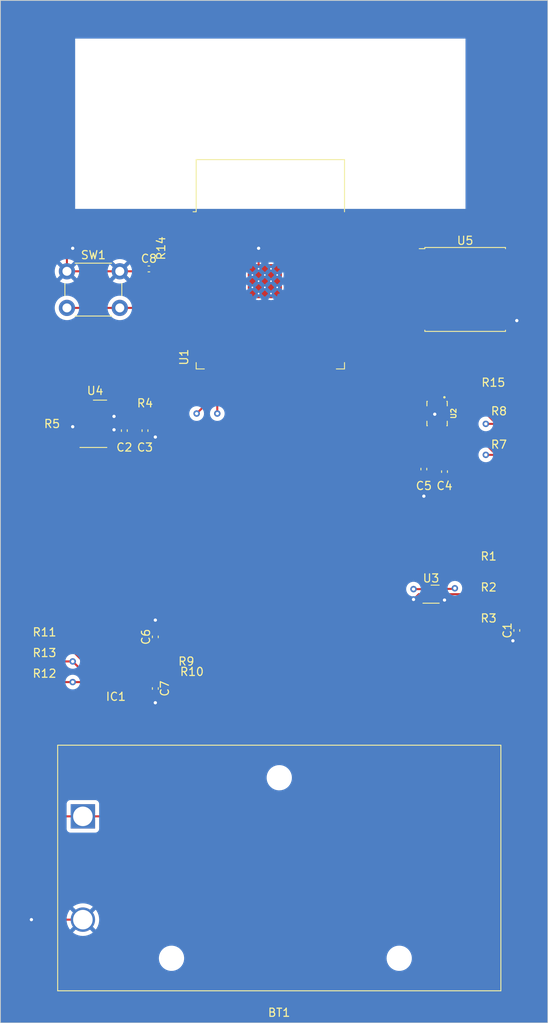
<source format=kicad_pcb>
(kicad_pcb (version 20221018) (generator pcbnew)
  (title_block (title "Aussistente - PCB") (rev "1") (company "FEEC - Unicamp") (comment 1 "Vinicius Peixoto (245294)") (comment 2 "Betania Rodrigues (167508)"))
  (layers (0 "F.Cu" signal) (1 "In1.Cu" signal) (2 "In2.Cu" signal) (31 "B.Cu" signal) (34 "B.Paste" user) (35 "F.Paste" user) (36 "B.SilkS" user "B.Silkscreen") (37 "F.SilkS" user "F.Silkscreen") (38 "B.Mask" user) (39 "F.Mask" user) (44 "Edge.Cuts" user))
  (net 0 "")
  (net 1 "VDDIO")
  (net 2 "GND")
  (net 3 "Net-(IC1-VDD)")
  (net 4 "Net-(IC1-CELL)")
  (net 5 "/RESET")
  (net 6 "BAT")
  (net 7 "SCL")
  (net 8 "SDA")
  (net 9 "TEMP")
  (net 10 "Net-(U2-SDO)")
  (net 18 "IMU1")
  (net 28 "GPSTX")
  (net 29 "GPSRX")
  (net 56 "unconnected-(U1-IO27-Pad12)")
  (footprint "Button_Switch_THT:SW_PUSH_6mm_H5mm" (layer "F.Cu") (at 88.19 72.68)
    (fp_text reference "SW1" (at 3.25 -2) (layer "F.SilkS"))
    (fp_text value "SW_Push")
    (fp_line (start -0.25 1.5) (end -0.25 3) (stroke (width 0.12)) (layer "F.SilkS"))
    (fp_line (start 1 5.5) (end 5.5 5.5) (stroke (width 0.12)) (layer "F.SilkS"))
    (fp_line (start 5.5 -1) (end 1 -1) (stroke (width 0.12)) (layer "F.SilkS"))
    (fp_line (start 6.75 3) (end 6.75 1.5) (stroke (width 0.12)) (layer "F.SilkS"))
    (pad "1" thru_hole circle (at 0 0 90) (size 2 2) (drill 1.1) (layers "*.Cu" "*.Mask") (net 2 "GND"))
    (pad "1" thru_hole circle (at 6.5 0 90) (size 2 2) (drill 1.1) (layers "*.Cu" "*.Mask") (net 2 "GND"))
    (pad "2" thru_hole circle (at 0 4.5 90) (size 2 2) (drill 1.1) (layers "*.Cu" "*.Mask") (net 5 "/RESET"))
    (pad "2" thru_hole circle (at 6.5 4.5 90) (size 2 2) (drill 1.1) (layers "*.Cu" "*.Mask") (net 5 "/RESET"))
  )
  (footprint "Battery:BatteryHolder_Eagle_12BH611-GR" (layer "F.Cu") (at 90.15 139.7 180)
    (fp_text reference "BT1" (at -24.13 -24.13) (layer "F.SilkS"))
    (fp_text value "3.3V")
    (fp_line (start -51.4 -21.45) (end 3.1 -21.45) (stroke (width 0.12)) (layer "F.SilkS"))
    (fp_line (start -51.4 8.75) (end -51.4 -21.45) (stroke (width 0.12)) (layer "F.SilkS"))
    (fp_line (start 3.1 -21.45) (end 3.1 8.75) (stroke (width 0.12)) (layer "F.SilkS"))
    (fp_line (start 3.1 8.75) (end -51.4 8.75) (stroke (width 0.12)) (layer "F.SilkS"))
    (pad "" np_thru_hole circle (at -38.9 -17.45 180) (size 2.6 2.6) (drill 2.6) (layers "*.Cu" "*.Mask"))
    (pad "" np_thru_hole circle (at -24.15 4.75 180) (size 2.6 2.6) (drill 2.6) (layers "*.Cu" "*.Mask"))
    (pad "" np_thru_hole circle (at -10.9 -17.45 180) (size 2.6 2.6) (drill 2.6) (layers "*.Cu" "*.Mask"))
    (pad "1" thru_hole rect (at 0 0 180) (size 3 3) (drill 2.4) (layers "*.Cu" "*.Mask") (net 1 "VDDIO"))
    (pad "2" thru_hole circle (at 0 -12.7 180) (size 3 3) (drill 2.4) (layers "*.Cu" "*.Mask") (net 2 "GND"))
  )
  (footprint "Resistor_SMD:R_0201_0603Metric" (layer "F.Cu") (at 140.045 110.49 180)
    (fp_text reference "R2" (at 0 -1.05) (layer "F.SilkS"))
    (fp_text value "5k" hide)
    (pad "1" smd roundrect (at -0.32 0 180) (size 0.46 0.4) (layers "F.Cu" "F.Mask") (net 1 "VDDIO"))
    (pad "2" smd roundrect (at 0.32 0 180) (size 0.46 0.4) (layers "F.Cu" "F.Mask") (net 8 "SDA"))
  )
  (footprint "Package_SON:WSON-6-1EP_2x2mm_P0.65mm_EP1x1.6mm" (layer "F.Cu") (at 132.9675 112.38)
    (fp_text reference "U3" (at 0 -1.95) (layer "F.SilkS"))
    (fp_text value "TMP117xxDRV")
    (fp_line (start -1 1.11) (end 1 1.11) (stroke (width 0.12)) (layer "F.SilkS"))
    (fp_line (start 0 -1.11) (end 1 -1.11) (stroke (width 0.12)) (layer "F.SilkS"))
    (pad "1" smd roundrect (at -0.8875 -0.65) (size 0.375 0.4) (layers "F.Cu" "F.Paste" "F.Mask") (net 7 "SCL"))
    (pad "2" smd roundrect (at -0.8875 0) (size 0.375 0.4) (layers "F.Cu" "F.Paste" "F.Mask") (net 2 "GND"))
    (pad "3" smd roundrect (at -0.8875 0.65) (size 0.375 0.4) (layers "F.Cu" "F.Paste" "F.Mask") (net 9 "TEMP"))
    (pad "4" smd roundrect (at 0.8875 0.65) (size 0.375 0.4) (layers "F.Cu" "F.Paste" "F.Mask") (net 2 "GND"))
    (pad "5" smd roundrect (at 0.8875 0) (size 0.375 0.4) (layers "F.Cu" "F.Paste" "F.Mask") (net 1 "VDDIO"))
    (pad "6" smd roundrect (at 0.8875 -0.65) (size 0.375 0.4) (layers "F.Cu" "F.Paste" "F.Mask") (net 8 "SDA"))
    (pad "7" smd rect (at 0 0) (size 1 1.6) (layers "F.Cu" "F.Mask"))
  )
  (footprint "Resistor_SMD:R_0201_0603Metric" (layer "F.Cu") (at 100.675 120.65 180)
    (fp_text reference "R9" (at -2.195 0) (layer "F.SilkS"))
    (fp_text value "150" hide)
    (pad "1" smd roundrect (at -0.32 0 180) (size 0.46 0.4) (layers "F.Cu" "F.Mask") (net 1 "VDDIO"))
    (pad "2" smd roundrect (at 0.32 0 180) (size 0.46 0.4) (layers "F.Cu" "F.Mask") (net 3 "Net-(IC1-VDD)"))
  )
  (footprint "RF_Module:ESP32-WROOM-32" (layer "F.Cu") (at 113.2025 74.805)
    (fp_text reference "U1" (at -10.61 8.43 90) (layer "F.SilkS"))
    (fp_text value "ESP32-WROOM-32")
    (fp_line (start -9.12 -15.86) (end -9.12 -9.445) (stroke (width 0.12)) (layer "F.SilkS"))
    (fp_line (start -9.12 -15.86) (end 9.12 -15.86) (stroke (width 0.12)) (layer "F.SilkS"))
    (fp_line (start -9.12 -9.445) (end -9.5 -9.445) (stroke (width 0.12)) (layer "F.SilkS"))
    (fp_line (start -9.12 9.1) (end -9.12 9.88) (stroke (width 0.12)) (layer "F.SilkS"))
    (fp_line (start -9.12 9.88) (end -8.12 9.88) (stroke (width 0.12)) (layer "F.SilkS"))
    (fp_line (start 9.12 -15.86) (end 9.12 -9.445) (stroke (width 0.12)) (layer "F.SilkS"))
    (fp_line (start 9.12 9.1) (end 9.12 9.88) (stroke (width 0.12)) (layer "F.SilkS"))
    (fp_line (start 9.12 9.88) (end 8.12 9.88) (stroke (width 0.12)) (layer "F.SilkS"))
    (pad "1" smd rect (at -8.75 -8.25) (size 1.5 0.9) (layers "F.Cu" "F.Paste" "F.Mask") (net 2 "GND"))
    (pad "2" smd rect (at -8.75 -6.98) (size 1.5 0.9) (layers "F.Cu" "F.Paste" "F.Mask") (net 1 "VDDIO"))
    (pad "3" smd rect (at -8.75 -5.71) (size 1.5 0.9) (layers "F.Cu" "F.Paste" "F.Mask") (net 5 "/RESET"))
    (pad "4" smd rect (at -8.75 -4.44) (size 1.5 0.9) (layers "F.Cu" "F.Paste" "F.Mask"))
    (pad "5" smd rect (at -8.75 -3.17) (size 1.5 0.9) (layers "F.Cu" "F.Paste" "F.Mask"))
    (pad "6" smd rect (at -8.75 -1.9) (size 1.5 0.9) (layers "F.Cu" "F.Paste" "F.Mask") (net 8 "SDA"))
    (pad "7" smd rect (at -8.75 -0.63) (size 1.5 0.9) (layers "F.Cu" "F.Paste" "F.Mask") (net 7 "SCL"))
    (pad "8" smd rect (at -8.75 0.64) (size 1.5 0.9) (layers "F.Cu" "F.Paste" "F.Mask"))
    (pad "9" smd rect (at -8.75 1.91) (size 1.5 0.9) (layers "F.Cu" "F.Paste" "F.Mask"))
    (pad "10" smd rect (at -8.75 3.18) (size 1.5 0.9) (layers "F.Cu" "F.Paste" "F.Mask"))
    (pad "11" smd rect (at -8.75 4.45) (size 1.5 0.9) (layers "F.Cu" "F.Paste" "F.Mask"))
    (pad "12" smd rect (at -8.75 5.72) (size 1.5 0.9) (layers "F.Cu" "F.Paste" "F.Mask") (net 56 "unconnected-(U1-IO27-Pad12)"))
    (pad "13" smd rect (at -8.75 6.99) (size 1.5 0.9) (layers "F.Cu" "F.Paste" "F.Mask"))
    (pad "14" smd rect (at -8.75 8.26) (size 1.5 0.9) (layers "F.Cu" "F.Paste" "F.Mask"))
    (pad "15" smd rect (at -5.71 9.51 90) (size 1.5 0.9) (layers "F.Cu" "F.Paste" "F.Mask") (net 2 "GND"))
    (pad "16" smd rect (at -4.44 9.51 90) (size 1.5 0.9) (layers "F.Cu" "F.Paste" "F.Mask"))
    (pad "17" smd rect (at -3.17 9.51 90) (size 1.5 0.9) (layers "F.Cu" "F.Paste" "F.Mask"))
    (pad "18" smd rect (at -1.9 9.51 90) (size 1.5 0.9) (layers "F.Cu" "F.Paste" "F.Mask"))
    (pad "19" smd rect (at -0.63 9.51 90) (size 1.5 0.9) (layers "F.Cu" "F.Paste" "F.Mask"))
    (pad "20" smd rect (at 0.64 9.51 90) (size 1.5 0.9) (layers "F.Cu" "F.Paste" "F.Mask"))
    (pad "21" smd rect (at 1.91 9.51 90) (size 1.5 0.9) (layers "F.Cu" "F.Paste" "F.Mask"))
    (pad "22" smd rect (at 3.18 9.51 90) (size 1.5 0.9) (layers "F.Cu" "F.Paste" "F.Mask"))
    (pad "23" smd rect (at 4.45 9.51 90) (size 1.5 0.9) (layers "F.Cu" "F.Paste" "F.Mask"))
    (pad "24" smd rect (at 5.72 9.51 90) (size 1.5 0.9) (layers "F.Cu" "F.Paste" "F.Mask") (net 6 "BAT"))
    (pad "25" smd rect (at 8.75 8.26) (size 1.5 0.9) (layers "F.Cu" "F.Paste" "F.Mask") (net 9 "TEMP"))
    (pad "26" smd rect (at 8.75 6.99) (size 1.5 0.9) (layers "F.Cu" "F.Paste" "F.Mask"))
    (pad "27" smd rect (at 8.75 5.72) (size 1.5 0.9) (layers "F.Cu" "F.Paste" "F.Mask") (net 18 "IMU1"))
    (pad "28" smd rect (at 8.75 4.45) (size 1.5 0.9) (layers "F.Cu" "F.Paste" "F.Mask"))
    (pad "29" smd rect (at 8.75 3.18) (size 1.5 0.9) (layers "F.Cu" "F.Paste" "F.Mask"))
    (pad "30" smd rect (at 8.75 1.91) (size 1.5 0.9) (layers "F.Cu" "F.Paste" "F.Mask"))
    (pad "31" smd rect (at 8.75 0.64) (size 1.5 0.9) (layers "F.Cu" "F.Paste" "F.Mask") (net 29 "GPSRX"))
    (pad "32" smd rect (at 8.75 -0.63) (size 1.5 0.9) (layers "F.Cu" "F.Paste" "F.Mask"))
    (pad "33" smd rect (at 8.75 -1.9) (size 1.5 0.9) (layers "F.Cu" "F.Paste" "F.Mask") (net 28 "GPSTX"))
    (pad "34" smd rect (at 8.75 -3.17) (size 1.5 0.9) (layers "F.Cu" "F.Paste" "F.Mask"))
    (pad "35" smd rect (at 8.75 -4.44) (size 1.5 0.9) (layers "F.Cu" "F.Paste" "F.Mask"))
    (pad "36" smd rect (at 8.75 -5.71) (size 1.5 0.9) (layers "F.Cu" "F.Paste" "F.Mask"))
    (pad "37" smd rect (at 8.75 -6.98) (size 1.5 0.9) (layers "F.Cu" "F.Paste" "F.Mask"))
    (pad "38" smd rect (at 8.75 -8.25) (size 1.5 0.9) (layers "F.Cu" "F.Paste" "F.Mask") (net 2 "GND"))
    (pad "39" smd rect (at -2.205 -2.435) (size 1.05 1.05) (layers "F.Cu" "F.Paste") (net 2 "GND"))
    (pad "39" thru_hole circle (at -2.205 -1.6725) (size 0.6 0.6) (drill 0.2) (property pad_prop_heatsink) (layers "*.Cu" "F.Mask") (net 2 "GND"))
    (pad "39" smd rect (at -2.205 -0.91) (size 1.05 1.05) (layers "F.Cu" "F.Paste") (net 2 "GND"))
    (pad "39" thru_hole circle (at -2.205 -0.1475) (size 0.6 0.6) (drill 0.2) (property pad_prop_heatsink) (layers "*.Cu" "F.Mask") (net 2 "GND"))
    (pad "39" smd rect (at -2.205 0.615) (size 1.05 1.05) (layers "F.Cu" "F.Paste") (net 2 "GND"))
    (pad "39" thru_hole circle (at -1.4425 -2.435) (size 0.6 0.6) (drill 0.2) (property pad_prop_heatsink) (layers "*.Cu" "F.Mask") (net 2 "GND"))
    (pad "39" thru_hole circle (at -1.4425 -0.91) (size 0.6 0.6) (drill 0.2) (property pad_prop_heatsink) (layers "*.Cu" "F.Mask") (net 2 "GND"))
    (pad "39" thru_hole circle (at -1.4425 0.615) (size 0.6 0.6) (drill 0.2) (property pad_prop_heatsink) (layers "*.Cu" "F.Mask") (net 2 "GND"))
    (pad "39" smd rect (at -0.68 -2.435) (size 1.05 1.05) (layers "F.Cu" "F.Paste") (net 2 "GND"))
    (pad "39" thru_hole circle (at -0.68 -1.6725) (size 0.6 0.6) (drill 0.2) (property pad_prop_heatsink) (layers "*.Cu" "F.Mask") (net 2 "GND"))
    (pad "39" smd rect (at -0.68 -0.91) (size 1.05 1.05) (layers "F.Cu" "F.Paste") (net 2 "GND"))
    (pad "39" smd rect (at -0.68 -0.91) (size 4.2 4.2) (layers "F.Cu" "F.Mask") (net 2 "GND"))
    (pad "39" thru_hole circle (at -0.68 -0.1475) (size 0.6 0.6) (drill 0.2) (property pad_prop_heatsink) (layers "*.Cu" "F.Mask") (net 2 "GND"))
    (pad "39" smd rect (at -0.68 0.615) (size 1.05 1.05) (layers "F.Cu" "F.Paste") (net 2 "GND"))
    (pad "39" thru_hole circle (at 0.0825 -2.435) (size 0.6 0.6) (drill 0.2) (property pad_prop_heatsink) (layers "*.Cu" "F.Mask") (net 2 "GND"))
    (pad "39" thru_hole circle (at 0.0825 -0.91) (size 0.6 0.6) (drill 0.2) (property pad_prop_heatsink) (layers "*.Cu" "F.Mask") (net 2 "GND"))
    (pad "39" thru_hole circle (at 0.0825 0.615) (size 0.6 0.6) (drill 0.2) (property pad_prop_heatsink) (layers "*.Cu" "F.Mask") (net 2 "GND"))
    (pad "39" smd rect (at 0.845 -2.435) (size 1.05 1.05) (layers "F.Cu" "F.Paste") (net 2 "GND"))
    (pad "39" thru_hole circle (at 0.845 -1.6725) (size 0.6 0.6) (drill 0.2) (property pad_prop_heatsink) (layers "*.Cu" "F.Mask") (net 2 "GND"))
    (pad "39" smd rect (at 0.845 -0.91) (size 1.05 1.05) (layers "F.Cu" "F.Paste") (net 2 "GND"))
    (pad "39" thru_hole circle (at 0.845 -0.1475) (size 0.6 0.6) (drill 0.2) (property pad_prop_heatsink) (layers "*.Cu" "F.Mask") (net 2 "GND"))
    (pad "39" smd rect (at 0.845 0.615) (size 1.05 1.05) (layers "F.Cu" "F.Paste") (net 2 "GND"))
    (zone (net 0) (net_name "") (layers "F.Cu" "In1.Cu" "B.Cu") (connect_pads (clearance 0)) (min_thickness 0.254)
      (keepout (tracks not_allowed) (vias not_allowed) (pads not_allowed) (copperpour not_allowed) (footprints not_allowed))
      (fill (thermal_gap 0.508) (thermal_bridge_width 0.508))
      (polygon (pts (xy 89.2025 65.005) (xy 137.2025 65.005) (xy 137.2025 44.065) (xy 89.2025 44.065)))
    )
  )
  (footprint "Resistor_SMD:R_0201_0603Metric" (layer "F.Cu") (at 141.315 91.44 180)
    (fp_text reference "R8" (at 0 1.56) (layer "F.SilkS"))
    (fp_text value "5k" hide)
    (pad "1" smd roundrect (at -0.32 0 180) (size 0.46 0.4) (layers "F.Cu" "F.Mask") (net 1 "VDDIO"))
    (pad "2" smd roundrect (at 0.32 0 180) (size 0.46 0.4) (layers "F.Cu" "F.Mask") (net 8 "SDA"))
  )
  (footprint "Resistor_SMD:R_0201_0603Metric" (layer "F.Cu") (at 85.435 120.65)
    (fp_text reference "R13" (at 0 -1.05) (layer "F.SilkS"))
    (fp_text value "5k" hide)
    (pad "1" smd roundrect (at -0.32 0) (size 0.46 0.4) (layers "F.Cu" "F.Mask") (net 1 "VDDIO"))
    (pad "2" smd roundrect (at 0.32 0) (size 0.46 0.4) (layers "F.Cu" "F.Mask") (net 7 "SCL"))
  )
  (footprint "OptoDevice:Maxim_OLGA-14_3.3x5.6mm_P0.8mm" (layer "F.Cu") (at 91.44 91.44)
    (fp_text reference "U4" (at 0.22 -4.07) (layer "F.SilkS"))
    (fp_text value "MAX30102")
    (fp_line (start 0 -2.92) (end 1.64 -2.92) (stroke (width 0.12)) (layer "F.SilkS"))
    (fp_line (start 1.66 2.9) (end -1.65 2.9) (stroke (width 0.12)) (layer "F.SilkS"))
    (pad "1" smd roundrect (at -1.2 -2.4) (size 0.75 0.35) (layers "F.Cu" "F.Paste" "F.Mask"))
    (pad "2" smd roundrect (at -1.2 -1.6) (size 0.75 0.35) (layers "F.Cu" "F.Paste" "F.Mask") (net 7 "SCL"))
    (pad "3" smd roundrect (at -1.2 -0.8) (size 0.75 0.35) (layers "F.Cu" "F.Paste" "F.Mask") (net 8 "SDA"))
    (pad "4" smd roundrect (at -1.2 0) (size 0.75 0.35) (layers "F.Cu" "F.Paste" "F.Mask") (net 2 "GND"))
    (pad "5" smd roundrect (at -1.2 0.8) (size 0.75 0.35) (layers "F.Cu" "F.Paste" "F.Mask"))
    (pad "6" smd roundrect (at -1.2 1.6) (size 0.75 0.35) (layers "F.Cu" "F.Paste" "F.Mask"))
    (pad "7" smd roundrect (at -1.2 2.4) (size 0.75 0.35) (layers "F.Cu" "F.Paste" "F.Mask"))
    (pad "8" smd roundrect (at 1.2 2.4) (size 0.75 0.35) (layers "F.Cu" "F.Paste" "F.Mask"))
    (pad "9" smd roundrect (at 1.2 1.6) (size 0.75 0.35) (layers "F.Cu" "F.Paste" "F.Mask") (net 2 "GND"))
    (pad "10" smd roundrect (at 1.2 0.8) (size 0.75 0.35) (layers "F.Cu" "F.Paste" "F.Mask") (net 2 "GND"))
    (pad "11" smd roundrect (at 1.2 0) (size 0.75 0.35) (layers "F.Cu" "F.Paste" "F.Mask") (net 1 "VDDIO"))
    (pad "12" smd roundrect (at 1.2 -0.8) (size 0.75 0.35) (layers "F.Cu" "F.Paste" "F.Mask") (net 2 "GND"))
    (pad "13" smd roundrect (at 1.2 -1.6) (size 0.75 0.35) (layers "F.Cu" "F.Paste" "F.Mask"))
    (pad "14" smd roundrect (at 1.2 -2.4) (size 0.75 0.35) (layers "F.Cu" "F.Paste" "F.Mask"))
  )
  (footprint "Capacitor_SMD:C_0402_1005Metric" (layer "F.Cu") (at 99.06 123.98 -90)
    (fp_text reference "C7" (at 0 -1.16 90) (layer "F.SilkS"))
    (fp_text value "1u" hide)
    (fp_line (start -0.107836 -0.36) (end 0.107836 -0.36) (stroke (width 0.12)) (layer "F.SilkS"))
    (fp_line (start -0.107836 0.36) (end 0.107836 0.36) (stroke (width 0.12)) (layer "F.SilkS"))
    (pad "1" smd roundrect (at -0.48 0 270) (size 0.56 0.62) (layers "F.Cu" "F.Paste" "F.Mask") (net 4 "Net-(IC1-CELL)"))
    (pad "2" smd roundrect (at 0.48 0 270) (size 0.56 0.62) (layers "F.Cu" "F.Paste" "F.Mask") (net 2 "GND"))
  )
  (footprint "Capacitor_SMD:C_0402_1005Metric" (layer "F.Cu") (at 97.79 92.27 -90)
    (fp_text reference "C3" (at 2.06 0) (layer "F.SilkS"))
    (fp_text value "0.1u" hide)
    (fp_line (start -0.107836 -0.36) (end 0.107836 -0.36) (stroke (width 0.12)) (layer "F.SilkS"))
    (fp_line (start -0.107836 0.36) (end 0.107836 0.36) (stroke (width 0.12)) (layer "F.SilkS"))
    (pad "1" smd roundrect (at -0.48 0 270) (size 0.56 0.62) (layers "F.Cu" "F.Paste" "F.Mask") (net 1 "VDDIO"))
    (pad "2" smd roundrect (at 0.48 0 270) (size 0.56 0.62) (layers "F.Cu" "F.Paste" "F.Mask") (net 2 "GND"))
  )
  (footprint "Capacitor_SMD:C_0402_1005Metric" (layer "F.Cu") (at 132.08 97 -90)
    (fp_text reference "C5" (at 2.06 0 -180) (layer "F.SilkS"))
    (fp_text value "100n" hide)
    (fp_line (start -0.107836 -0.36) (end 0.107836 -0.36) (stroke (width 0.12)) (layer "F.SilkS"))
    (fp_line (start -0.107836 0.36) (end 0.107836 0.36) (stroke (width 0.12)) (layer "F.SilkS"))
    (pad "1" smd roundrect (at -0.48 0 270) (size 0.56 0.62) (layers "F.Cu" "F.Paste" "F.Mask") (net 1 "VDDIO"))
    (pad "2" smd roundrect (at 0.48 0 270) (size 0.56 0.62) (layers "F.Cu" "F.Paste" "F.Mask") (net 2 "GND"))
  )
  (footprint "Capacitor_SMD:C_0402_1005Metric" (layer "F.Cu") (at 134.62 97.31 -90)
    (fp_text reference "C4" (at 1.75 0 -180) (layer "F.SilkS"))
    (fp_text value "100n" hide)
    (fp_line (start -0.107836 -0.36) (end 0.107836 -0.36) (stroke (width 0.12)) (layer "F.SilkS"))
    (fp_line (start -0.107836 0.36) (end 0.107836 0.36) (stroke (width 0.12)) (layer "F.SilkS"))
    (pad "1" smd roundrect (at -0.48 0 270) (size 0.56 0.62) (layers "F.Cu" "F.Paste" "F.Mask") (net 1 "VDDIO"))
    (pad "2" smd roundrect (at 0.48 0 270) (size 0.56 0.62) (layers "F.Cu" "F.Paste" "F.Mask") (net 2 "GND"))
  )
  (footprint "Resistor_SMD:R_0201_0603Metric" (layer "F.Cu") (at 140.625 87.63 180)
    (fp_text reference "R15" (at 0 1.27) (layer "F.SilkS"))
    (fp_text value "1k" hide)
    (pad "1" smd roundrect (at -0.32 0 180) (size 0.46 0.4) (layers "F.Cu" "F.Mask") (net 1 "VDDIO"))
    (pad "2" smd roundrect (at 0.32 0 180) (size 0.46 0.4) (layers "F.Cu" "F.Mask") (net 10 "Net-(U2-SDO)"))
  )
  (footprint "Resistor_SMD:R_0201_0603Metric" (layer "F.Cu") (at 85.435 118.11)
    (fp_text reference "R11" (at 0 -1.05) (layer "F.SilkS"))
    (fp_text value "1k" hide)
    (pad "1" smd roundrect (at -0.32 0) (size 0.46 0.4) (layers "F.Cu" "F.Mask") (net 1 "VDDIO"))
    (pad "2" smd roundrect (at 0.32 0) (size 0.46 0.4) (layers "F.Cu" "F.Mask") (net 6 "BAT"))
  )
  (footprint "Capacitor_SMD:C_0402_1005Metric" (layer "F.Cu") (at 98.27 72.39 180)
    (fp_text reference "C8" (at 0 1.27) (layer "F.SilkS"))
    (fp_text value "10uF" hide)
    (fp_line (start -0.107836 -0.36) (end 0.107836 -0.36) (stroke (width 0.12)) (layer "F.SilkS"))
    (fp_line (start -0.107836 0.36) (end 0.107836 0.36) (stroke (width 0.12)) (layer "F.SilkS"))
    (pad "1" smd roundrect (at -0.48 0 180) (size 0.56 0.62) (layers "F.Cu" "F.Paste" "F.Mask") (net 5 "/RESET"))
    (pad "2" smd roundrect (at 0.48 0 180) (size 0.56 0.62) (layers "F.Cu" "F.Paste" "F.Mask") (net 2 "GND"))
  )
  (footprint "AUssistente:XDCR_BMI270" (layer "F.Cu") (at 133.7075 90.17 -90)
    (fp_text reference "U2" (at -0.008 -2.0314 90) (layer "F.SilkS") (effects (font (size 0.64 0.64))))
    (fp_text value "BMI270")
    (fp_line (start -1.5 -1.25) (end -1.5 -1.195) (stroke (width 0.127)) (layer "F.SilkS"))
    (fp_line (start -1.5 -1.25) (end -0.945 -1.25) (stroke (width 0.127)) (layer "F.SilkS"))
    (fp_line (start -1.5 1.195) (end -1.5 1.25) (stroke (width 0.127)) (layer "F.SilkS"))
    (fp_line (start -1.5 1.25) (end -0.945 1.25) (stroke (width 0.127)) (layer "F.SilkS"))
    (fp_line (start 0.945 -1.25) (end 1.5 -1.25) (stroke (width 0.127)) (layer "F.SilkS"))
    (fp_line (start 0.945 1.25) (end 1.5 1.25) (stroke (width 0.127)) (layer "F.SilkS"))
    (fp_line (start 1.5 -1.25) (end 1.5 -1.195) (stroke (width 0.127)) (layer "F.SilkS"))
    (fp_line (start 1.5 1.195) (end 1.5 1.25) (stroke (width 0.127)) (layer "F.SilkS"))
    (fp_circle (center -2 -0.9) (end -1.925 -0.9) (stroke (width 0.15)) (fill none) (layer "F.SilkS"))
    (pad "1" smd rect (at -1.1625 -0.75 270) (size 0.475 0.25) (layers "F.Cu" "F.Paste" "F.Mask") (net 10 "Net-(U2-SDO)"))
    (pad "2" smd rect (at -1.1625 -0.25 270) (size 0.475 0.25) (layers "F.Cu" "F.Paste" "F.Mask"))
    (pad "3" smd rect (at -1.1625 0.25 270) (size 0.475 0.25) (layers "F.Cu" "F.Paste" "F.Mask"))
    (pad "4" smd rect (at -1.1625 0.75 270) (size 0.475 0.25) (layers "F.Cu" "F.Paste" "F.Mask") (net 18 "IMU1"))
    (pad "5" smd rect (at -0.5 0.9125) (size 0.475 0.25) (layers "F.Cu" "F.Paste" "F.Mask") (net 1 "VDDIO"))
    (pad "6" smd rect (at 0 0.9125) (size 0.475 0.25) (layers "F.Cu" "F.Paste" "F.Mask") (net 2 "GND"))
    (pad "7" smd rect (at 0.5 0.9125) (size 0.475 0.25) (layers "F.Cu" "F.Paste" "F.Mask") (net 2 "GND"))
    (pad "8" smd rect (at 1.1625 0.75 270) (size 0.475 0.25) (layers "F.Cu" "F.Paste" "F.Mask") (net 1 "VDDIO"))
    (pad "9" smd rect (at 1.1625 0.25 270) (size 0.475 0.25) (layers "F.Cu" "F.Paste" "F.Mask"))
    (pad "10" smd rect (at 1.1625 -0.25 270) (size 0.475 0.25) (layers "F.Cu" "F.Paste" "F.Mask"))
    (pad "11" smd rect (at 1.1625 -0.75 270) (size 0.475 0.25) (layers "F.Cu" "F.Paste" "F.Mask"))
    (pad "12" smd rect (at 0.5 -0.9125) (size 0.475 0.25) (layers "F.Cu" "F.Paste" "F.Mask") (net 1 "VDDIO"))
    (pad "13" smd rect (at 0 -0.9125) (size 0.475 0.25) (layers "F.Cu" "F.Paste" "F.Mask") (net 7 "SCL"))
    (pad "14" smd rect (at -0.5 -0.9125) (size 0.475 0.25) (layers "F.Cu" "F.Paste" "F.Mask") (net 8 "SDA"))
  )
  (footprint "Capacitor_SMD:C_0402_1005Metric" (layer "F.Cu") (at 95.25 92.27 -90)
    (fp_text reference "C2" (at 2.06 0 -180) (layer "F.SilkS"))
    (fp_text value "4.7u" hide)
    (fp_line (start -0.107836 -0.36) (end 0.107836 -0.36) (stroke (width 0.12)) (layer "F.SilkS"))
    (fp_line (start -0.107836 0.36) (end 0.107836 0.36) (stroke (width 0.12)) (layer "F.SilkS"))
    (pad "1" smd roundrect (at -0.48 0 270) (size 0.56 0.62) (layers "F.Cu" "F.Paste" "F.Mask") (net 1 "VDDIO"))
    (pad "2" smd roundrect (at 0.48 0 270) (size 0.56 0.62) (layers "F.Cu" "F.Paste" "F.Mask") (net 2 "GND"))
  )
  (footprint "Resistor_SMD:R_0201_0603Metric" (layer "F.Cu") (at 140.045 106.68 180)
    (fp_text reference "R1" (at 0 -1.05) (layer "F.SilkS"))
    (fp_text value "5k" hide)
    (pad "1" smd roundrect (at -0.32 0 180) (size 0.46 0.4) (layers "F.Cu" "F.Mask") (net 1 "VDDIO"))
    (pad "2" smd roundrect (at 0.32 0 180) (size 0.46 0.4) (layers "F.Cu" "F.Mask") (net 7 "SCL"))
  )
  (footprint "Capacitor_SMD:C_0402_1005Metric" (layer "F.Cu") (at 99.06 117.63 90)
    (fp_text reference "C6" (at 0 -1.16 90) (layer "F.SilkS"))
    (fp_text value "10n" hide)
    (fp_line (start -0.107836 -0.36) (end 0.107836 -0.36) (stroke (width 0.12)) (layer "F.SilkS"))
    (fp_line (start -0.107836 0.36) (end 0.107836 0.36) (stroke (width 0.12)) (layer "F.SilkS"))
    (pad "1" smd roundrect (at -0.48 0 90) (size 0.56 0.62) (layers "F.Cu" "F.Paste" "F.Mask") (net 3 "Net-(IC1-VDD)"))
    (pad "2" smd roundrect (at 0.48 0 90) (size 0.56 0.62) (layers "F.Cu" "F.Paste" "F.Mask") (net 2 "GND"))
  )
  (footprint "Resistor_SMD:R_0201_0603Metric" (layer "F.Cu") (at 98.135 87.63 180)
    (fp_text reference "R4" (at 0.345 -1.27) (layer "F.SilkS"))
    (fp_text value "4.7k" hide)
    (pad "1" smd roundrect (at -0.32 0 180) (size 0.46 0.4) (layers "F.Cu" "F.Mask") (net 1 "VDDIO"))
    (pad "2" smd roundrect (at 0.32 0 180) (size 0.46 0.4) (layers "F.Cu" "F.Mask") (net 7 "SCL"))
  )
  (footprint "Resistor_SMD:R_0201_0603Metric" (layer "F.Cu") (at 86.015 90.17)
    (fp_text reference "R5" (at 0.345 1.27) (layer "F.SilkS"))
    (fp_text value "4.7k" hide)
    (pad "1" smd roundrect (at -0.32 0) (size 0.46 0.4) (layers "F.Cu" "F.Mask") (net 1 "VDDIO"))
    (pad "2" smd roundrect (at 0.32 0) (size 0.46 0.4) (layers "F.Cu" "F.Mask") (net 8 "SDA"))
  )
  (footprint "Resistor_SMD:R_0201_0603Metric" (layer "F.Cu") (at 100.675 121.92 180)
    (fp_text reference "R10" (at -2.885 0) (layer "F.SilkS"))
    (fp_text value "1k" hide)
    (pad "1" smd roundrect (at -0.32 0 180) (size 0.46 0.4) (layers "F.Cu" "F.Mask") (net 1 "VDDIO"))
    (pad "2" smd roundrect (at 0.32 0 180) (size 0.46 0.4) (layers "F.Cu" "F.Mask") (net 4 "Net-(IC1-CELL)"))
  )
  (footprint "AUssistente:SON50P300X200X80-9N" (layer "F.Cu") (at 94.21 122.44 180)
    (fp_text reference "IC1" (at 0 -2.54) (layer "F.SilkS"))
    (fp_text value "MAX17043G_T")
    (pad "1" smd rect (at -1.5 -0.75 180) (size 0.75 0.3) (layers "F.Cu" "F.Paste" "F.Mask") (net 2 "GND"))
    (pad "2" smd rect (at -1.5 -0.25 180) (size 0.75 0.3) (layers "F.Cu" "F.Paste" "F.Mask") (net 4 "Net-(IC1-CELL)"))
    (pad "3" smd rect (at -1.5 0.25 180) (size 0.75 0.3) (layers "F.Cu" "F.Paste" "F.Mask") (net 3 "Net-(IC1-VDD)"))
    (pad "4" smd rect (at -1.5 0.75 180) (size 0.75 0.3) (layers "F.Cu" "F.Paste" "F.Mask") (net 2 "GND"))
    (pad "5" smd rect (at 1.5 0.75 180) (size 0.75 0.3) (layers "F.Cu" "F.Paste" "F.Mask") (net 6 "BAT"))
    (pad "6" smd rect (at 1.5 0.25 180) (size 0.75 0.3) (layers "F.Cu" "F.Paste" "F.Mask") (net 2 "GND"))
    (pad "7" smd rect (at 1.5 -0.25 180) (size 0.75 0.3) (layers "F.Cu" "F.Paste" "F.Mask") (net 7 "SCL"))
    (pad "8" smd rect (at 1.5 -0.75 180) (size 0.75 0.3) (layers "F.Cu" "F.Paste" "F.Mask") (net 8 "SDA"))
    (pad "9" smd rect (at 0 0 180) (size 1.9 1.75) (layers "F.Cu" "F.Paste" "F.Mask") (net 2 "GND"))
  )
  (footprint "RF_GPS:ublox_MAX" (layer "F.Cu") (at 137.16 74.91)
    (fp_text reference "U5" (at 0 -6) (layer "F.SilkS"))
    (fp_text value "MAX-M10S")
    (fp_line (start -5.65 -5.01) (end -4.96 -5.01) (stroke (width 0.12)) (layer "F.SilkS"))
    (fp_line (start -4.96 -5.16) (end -4.96 -5.01) (stroke (width 0.12)) (layer "F.SilkS"))
    (fp_line (start -4.96 -5.16) (end 4.96 -5.16) (stroke (width 0.12)) (layer "F.SilkS"))
    (fp_line (start -4.96 5.01) (end -4.96 5.16) (stroke (width 0.12)) (layer "F.SilkS"))
    (fp_line (start -4.96 5.16) (end 4.96 5.16) (stroke (width 0.12)) (layer "F.SilkS"))
    (fp_line (start 4.96 -5.16) (end 4.96 -5.01) (stroke (width 0.12)) (layer "F.SilkS"))
    (fp_line (start 4.96 5.01) (end 4.96 5.16) (stroke (width 0.12)) (layer "F.SilkS"))
    (pad "1" smd roundrect (at -4.75 -4.4) (size 1.8 0.7) (layers "F.Cu" "F.Paste" "F.Mask") (net 2 "GND"))
    (pad "2" smd roundrect (at -4.75 -3.3) (size 1.8 0.8) (layers "F.Cu" "F.Paste" "F.Mask") (net 28 "GPSTX"))
    (pad "3" smd roundrect (at -4.75 -2.2) (size 1.8 0.8) (layers "F.Cu" "F.Paste" "F.Mask") (net 29 "GPSRX"))
    (pad "4" smd roundrect (at -4.75 -1.1) (size 1.8 0.8) (layers "F.Cu" "F.Paste" "F.Mask"))
    (pad "5" smd roundrect (at -4.75 0) (size 1.8 0.8) (layers "F.Cu" "F.Paste" "F.Mask"))
    (pad "6" smd roundrect (at -4.75 1.1) (size 1.8 0.8) (layers "F.Cu" "F.Paste" "F.Mask") (net 1 "VDDIO"))
    (pad "7" smd roundrect (at -4.75 2.2) (size 1.8 0.8) (layers "F.Cu" "F.Paste" "F.Mask") (net 1 "VDDIO"))
    (pad "8" smd roundrect (at -4.75 3.3) (size 1.8 0.8) (layers "F.Cu" "F.Paste" "F.Mask") (net 1 "VDDIO"))
    (pad "9" smd roundrect (at -4.75 4.4) (size 1.8 0.7) (layers "F.Cu" "F.Paste" "F.Mask"))
    (pad "10" smd roundrect (at 4.75 4.4) (size 1.8 0.7) (layers "F.Cu" "F.Paste" "F.Mask") (net 2 "GND"))
    (pad "11" smd roundrect (at 4.75 3.3) (size 1.8 0.8) (layers "F.Cu" "F.Paste" "F.Mask"))
    (pad "12" smd roundrect (at 4.75 2.2) (size 1.8 0.8) (layers "F.Cu" "F.Paste" "F.Mask") (net 2 "GND"))
    (pad "13" smd roundrect (at 4.75 1.1) (size 1.8 0.8) (layers "F.Cu" "F.Paste" "F.Mask"))
    (pad "14" smd roundrect (at 4.75 0) (size 1.8 0.8) (layers "F.Cu" "F.Paste" "F.Mask"))
    (pad "15" smd roundrect (at 4.75 -1.1) (size 1.8 0.8) (layers "F.Cu" "F.Paste" "F.Mask"))
    (pad "16" smd roundrect (at 4.75 -2.2) (size 1.8 0.8) (layers "F.Cu" "F.Paste" "F.Mask"))
    (pad "17" smd roundrect (at 4.75 -3.3) (size 1.8 0.8) (layers "F.Cu" "F.Paste" "F.Mask"))
    (pad "18" smd roundrect (at 4.75 -4.4) (size 1.8 0.7) (layers "F.Cu" "F.Paste" "F.Mask"))
  )
  (footprint "Resistor_SMD:R_0201_0603Metric" (layer "F.Cu") (at 140.045 114.3 180)
    (fp_text reference "R3" (at 0 -1.05) (layer "F.SilkS"))
    (fp_text value "5k" hide)
    (pad "1" smd roundrect (at -0.32 0 180) (size 0.46 0.4) (layers "F.Cu" "F.Mask") (net 1 "VDDIO"))
    (pad "2" smd roundrect (at 0.32 0 180) (size 0.46 0.4) (layers "F.Cu" "F.Mask") (net 9 "TEMP"))
  )
  (footprint "Resistor_SMD:R_0201_0603Metric" (layer "F.Cu") (at 141.315 95.25 180)
    (fp_text reference "R7" (at 0 1.27) (layer "F.SilkS"))
    (fp_text value "5k" hide)
    (pad "1" smd roundrect (at -0.32 0 180) (size 0.46 0.4) (layers "F.Cu" "F.Mask") (net 1 "VDDIO"))
    (pad "2" smd roundrect (at 0.32 0 180) (size 0.46 0.4) (layers "F.Cu" "F.Mask") (net 7 "SCL"))
  )
  (footprint "Capacitor_SMD:C_0402_1005Metric" (layer "F.Cu") (at 143.51 116.84 90)
    (fp_text reference "C1" (at 0 -1.16 90) (layer "F.SilkS"))
    (fp_text value "0.1u" hide)
    (fp_line (start -0.107836 -0.36) (end 0.107836 -0.36) (stroke (width 0.12)) (layer "F.SilkS"))
    (fp_line (start -0.107836 0.36) (end 0.107836 0.36) (stroke (width 0.12)) (layer "F.SilkS"))
    (pad "1" smd roundrect (at -0.48 0 90) (size 0.56 0.62) (layers "F.Cu" "F.Paste" "F.Mask") (net 2 "GND"))
    (pad "2" smd roundrect (at 0.48 0 90) (size 0.56 0.62) (layers "F.Cu" "F.Paste" "F.Mask") (net 1 "VDDIO"))
  )
  (footprint "Resistor_SMD:R_0201_0603Metric" (layer "F.Cu") (at 85.435 123.19)
    (fp_text reference "R12" (at 0 -1.05) (layer "F.SilkS"))
    (fp_text value "5k" hide)
    (pad "1" smd roundrect (at -0.32 0) (size 0.46 0.4) (layers "F.Cu" "F.Mask") (net 1 "VDDIO"))
    (pad "2" smd roundrect (at 0.32 0) (size 0.46 0.4) (layers "F.Cu" "F.Mask") (net 8 "SDA"))
  )
  (footprint "Resistor_SMD:R_0201_0603Metric" (layer "F.Cu") (at 98.715 69.85 -90)
    (fp_text reference "R14" (at 0 -1.05 90) (layer "F.SilkS"))
    (fp_text value "10k" hide)
    (pad "1" smd roundrect (at -0.32 0 270) (size 0.46 0.4) (layers "F.Cu" "F.Mask") (net 1 "VDDIO"))
    (pad "2" smd roundrect (at 0.32 0 270) (size 0.46 0.4) (layers "F.Cu" "F.Mask") (net 5 "/RESET"))
  )
  (gr_rect (start 80.01 39.37) (end 147.32 165.1) (stroke (width 0.1)) (fill none) (layer "Edge.Cuts"))
  (segment (start 146.05 113.03) (end 146.05 110.49) (width 0.25) (layer "F.Cu") (net 1))
  (segment (start 81.28 123.19) (end 81.28 127) (width 0.25) (layer "F.Cu") (net 1))
  (segment (start 146.05 95.25) (end 141.635 95.25) (width 0.25) (layer "F.Cu") (net 1))
  (segment (start 135.89 91.44) (end 135.12 90.67) (width 0.25) (layer "F.Cu") (net 1))
  (segment (start 146.05 110.49) (end 146.05 106.68) (width 0.25) (layer "F.Cu") (net 1))
  (segment (start 135.89 92.71) (end 135.89 91.44) (width 0.25) (layer "F.Cu") (net 1))
  (segment (start 85.09 139.7) (end 90.15 139.7) (width 0.25) (layer "F.Cu") (net 1))
  (segment (start 134.43 76.01) (end 139.7 81.28) (width 0.25) (layer "F.Cu") (net 1))
  (segment (start 100.995 121.92) (end 100.995 125.065) (width 0.25) (layer "F.Cu") (net 1))
  (segment (start 132.08 96.52) (end 132.08 92.71) (width 0.25) (layer "F.Cu") (net 1))
  (segment (start 85.695 90.17) (end 81.28 90.17) (width 0.25) (layer "F.Cu") (net 1))
  (segment (start 146.05 87.63) (end 140.945 87.63) (width 0.25) (layer "F.Cu") (net 1))
  (segment (start 146.05 133.955) (end 146.05 114.3) (width 0.25) (layer "F.Cu") (net 1))
  (segment (start 99.06 127) (end 81.28 127) (width 0.25) (layer "F.Cu") (net 1))
  (segment (start 139.7 83.82) (end 146.05 83.82) (width 0.25) (layer "F.Cu") (net 1))
  (segment (start 146.05 97.79) (end 146.05 95.25) (width 0.25) (layer "F.Cu") (net 1))
  (segment (start 146.05 91.44) (end 146.05 87.63) (width 0.25) (layer "F.Cu") (net 1))
  (segment (start 98.455 91.125) (end 97.79 91.79) (width 0.25) (layer "F.Cu") (net 1))
  (segment (start 146.05 95.25) (end 146.05 91.44) (width 0.25) (layer "F.Cu") (net 1))
  (segment (start 85.845 67.825) (end 81.28 72.39) (width 0.25) (layer "F.Cu") (net 1))
  (segment (start 98.815305 91.79) (end 100.33 93.304695) (width 0.25) (layer "F.Cu") (net 1))
  (segment (start 81.28 92.71) (end 81.28 96.52) (width 0.25) (layer "F.Cu") (net 1))
  (segment (start 145.09 96.83) (end 146.05 97.79) (width 0.25) (layer "F.Cu") (net 1))
  (segment (start 139.7 81.28) (end 146.05 81.28) (width 0.25) (layer "F.Cu") (net 1))
  (segment (start 145.385 134.62) (end 146.05 133.955) (width 0.25) (layer "F.Cu") (net 1))
  (segment (start 133.855 112.38) (end 145.4 112.38) (width 0.25) (layer "F.Cu") (net 1))
  (segment (start 85.845 67.825) (end 104.4525 67.825) (width 0.25) (layer "F.Cu") (net 1))
  (segment (start 143.51 114.3) (end 143.51 116.36) (width 0.25) (layer "F.Cu") (net 1))
  (segment (start 132.9575 94.3725) (end 132.9575 91.3325) (width 0.25) (layer "F.Cu") (net 1))
  (segment (start 100.995 120.65) (end 100.995 121.92) (width 0.25) (layer "F.Cu") (net 1))
  (segment (start 140.365 106.68) (end 146.05 106.68) (width 0.25) (layer "F.Cu") (net 1))
  (segment (start 140.365 110.49) (end 146.05 110.49) (width 0.25) (layer "F.Cu") (net 1))
  (segment (start 132.2825 89.67) (end 132.795 89.67) (width 0.25) (layer "F.Cu") (net 1))
  (segment (start 97.79 91.79) (end 98.815305 91.79) (width 0.25) (layer "F.Cu") (net 1))
  (segment (start 134.09 78.21) (end 139.7 83.82) (width 0.25) (layer "F.Cu") (net 1))
  (segment (start 144.78 134.62) (end 145.385 134.62) (width 0.25) (layer "F.Cu") (net 1))
  (segment (start 132.08 95.25) (end 132.08 89.8725) (width 0.25) (layer "F.Cu") (net 1))
  (segment (start 132.08 96.52) (end 134.31 96.52) (width 0.25) (layer "F.Cu") (net 1))
  (segment (start 97.79 91.79) (end 95.25 91.79) (width 0.25) (layer "F.Cu") (net 1))
  (segment (start 146.05 82.55) (end 146.05 81.28) (width 0.25) (layer "F.Cu") (net 1))
  (segment (start 146.05 114.3) (end 146.05 113.03) (width 0.25) (layer "F.Cu") (net 1))
  (segment (start 135.12 90.67) (end 134.62 90.67) (width 0.25) (layer "F.Cu") (net 1))
  (segment (start 81.28 118.11) (end 81.28 120.65) (width 0.25) (layer "F.Cu") (net 1))
  (segment (start 81.28 88.9) (end 81.28 90.17) (width 0.25) (layer "F.Cu") (net 1))
  (segment (start 100.33 93.304695) (end 100.33 95.25) (width 0.25) (layer "F.Cu") (net 1))
  (segment (start 98.715 69.53) (end 98.715 67.825) (width 0.25) (layer "F.Cu") (net 1))
  (segment (start 81.28 87.63) (end 81.28 88.9) (width 0.25) (layer "F.Cu") (net 1))
  (segment (start 85.115 123.19) (end 81.28 123.19) (width 0.25) (layer "F.Cu") (net 1))
  (segment (start 81.28 96.52) (end 81.28 118.11) (width 0.25) (layer "F.Cu") (net 1))
  (segment (start 81.28 120.65) (end 81.28 123.19) (width 0.25) (layer "F.Cu") (net 1))
  (segment (start 134.26 77.11) (end 139.7 82.55) (width 0.25) (layer "F.Cu") (net 1))
  (segment (start 85.115 118.11) (end 81.28 118.11) (width 0.25) (layer "F.Cu") (net 1))
  (segment (start 132.41 76.01) (end 134.43 76.01) (width 0.25) (layer "F.Cu") (net 1))
  (segment (start 145.4 112.38) (end 146.05 113.03) (width 0.25) (layer "F.Cu") (net 1))
  (segment (start 146.05 87.63) (end 146.05 83.82) (width 0.25) (layer "F.Cu") (net 1))
  (segment (start 139.7 139.7) (end 144.78 134.62) (width 0.25) (layer "F.Cu") (net 1))
  (segment (start 100.995 125.065) (end 99.06 127) (width 0.25) (layer "F.Cu") (net 1))
  (segment (start 146.05 83.82) (end 146.05 82.55) (width 0.25) (layer "F.Cu") (net 1))
  (segment (start 81.28 135.89) (end 85.09 139.7) (width 0.25) (layer "F.Cu") (net 1))
  (segment (start 99.06 96.52) (end 81.28 96.52) (width 0.25) (layer "F.Cu") (net 1))
  (segment (start 100.33 95.25) (end 99.06 96.52) (width 0.25) (layer "F.Cu") (net 1))
  (segment (start 134.31 96.52) (end 134.62 96.83) (width 0.25) (layer "F.Cu") (net 1))
  (segment (start 134.62 92.71) (end 135.89 92.71) (width 0.25) (layer "F.Cu") (net 1))
  (segment (start 132.41 78.21) (end 134.09 78.21) (width 0.25) (layer "F.Cu") (net 1))
  (segment (start 98.455 87.63) (end 98.455 91.125) (width 0.25) (layer "F.Cu") (net 1))
  (segment (start 132.08 89.8725) (end 132.2825 89.67) (width 0.25) (layer "F.Cu") (net 1))
  (segment (start 90.15 139.7) (end 139.7 139.7) (width 0.25) (layer "F.Cu") (net 1))
  (segment (start 132.41 77.11) (end 134.26 77.11) (width 0.25) (layer "F.Cu") (net 1))
  (segment (start 141.635 91.44) (end 146.05 91.44) (width 0.25) (layer "F.Cu") (net 1))
  (segment (start 140.365 114.3) (end 143.51 114.3) (width 0.25) (layer "F.Cu") (net 1))
  (segment (start 134.62 96.83) (end 145.09 96.83) (width 0.25) (layer "F.Cu") (net 1))
  (segment (start 94.9 91.44) (end 95.25 91.79) (width 0.25) (layer "F.Cu") (net 1))
  (segment (start 81.28 90.17) (end 81.28 92.71) (width 0.25) (layer "F.Cu") (net 1))
  (segment (start 132.9575 94.3725) (end 134.62 92.71) (width 0.25) (layer "F.Cu") (net 1))
  (segment (start 81.28 127) (end 81.28 135.89) (width 0.25) (layer "F.Cu") (net 1))
  (segment (start 143.51 114.3) (end 146.05 114.3) (width 0.25) (layer "F.Cu") (net 1))
  (segment (start 85.115 120.65) (end 81.28 120.65) (width 0.25) (layer "F.Cu") (net 1))
  (segment (start 146.05 106.68) (end 146.05 97.79) (width 0.25) (layer "F.Cu") (net 1))
  (segment (start 139.7 82.55) (end 146.05 82.55) (width 0.25) (layer "F.Cu") (net 1))
  (segment (start 92.64 91.44) (end 94.9 91.44) (width 0.25) (layer "F.Cu") (net 1))
  (segment (start 81.28 72.39) (end 81.28 87.63) (width 0.25) (layer "F.Cu") (net 1))
  (segment (start 132.08 95.25) (end 132.9575 94.3725) (width 0.25) (layer "F.Cu") (net 1))
  (segment (start 94.21 122.44) (end 94.96 123.19) (width 0.25) (layer "F.Cu") (net 2))
  (segment (start 133.337344 90.17) (end 133.41988 90.252536) (width 0.25) (layer "F.Cu") (net 2))
  (segment (start 111.76 72.37) (end 111.76 69.85) (width 0.25) (layer "F.Cu") (net 2))
  (segment (start 88.19 70.56) (end 88.9 69.85) (width 0.25) (layer "F.Cu") (net 2))
  (segment (start 132.795 90.67) (end 132.795 90.17) (width 0.25) (layer "F.Cu") (net 2))
  (segment (start 121.9525 66.555) (end 119.1 66.555) (width 0.25) (layer "F.Cu") (net 2))
  (segment (start 99.06 117.15) (end 99.06 115.57) (width 0.25) (layer "F.Cu") (net 2))
  (segment (start 132.08 97.48) (end 134.31 97.48) (width 0.25) (layer "F.Cu") (net 2))
  (segment (start 132.08 97.79) (end 132.08 100.33) (width 0.25) (layer "F.Cu") (net 2))
  (segment (start 89.25 91.44) (end 88.9 91.79) (width 0.25) (layer "F.Cu") (net 2))
  (segment (start 133.855 113.03) (end 134.5455 113.03) (width 0.25) (layer "F.Cu") (net 2))
  (segment (start 134.31 97.48) (end 134.62 97.79) (width 0.25) (layer "F.Cu") (net 2))
  (segment (start 97.79 92.75) (end 98.75 92.75) (width 0.25) (layer "F.Cu") (net 2))
  (segment (start 104.4525 66.555) (end 105.4525 66.555) (width 0.25) (layer "F.Cu") (net 2))
  (segment (start 132.795 90.17) (end 133.337344 90.17) (width 0.25) (layer "F.Cu") (net 2))
  (segment (start 97.5 72.68) (end 97.79 72.39) (width 0.25) (layer "F.Cu") (net 2))
  (segment (start 88.19 72.68) (end 94.69 72.68) (width 0.25) (layer "F.Cu") (net 2))
  (segment (start 105.4525 66.555) (end 110.9975 72.1) (width 0.25) (layer "F.Cu") (net 2))
  (segment (start 141.91 77.14) (end 142.24 77.47) (width 0.25) (layer "F.Cu") (net 2))
  (segment (start 94.96 93.04) (end 95.25 92.75) (width 0.25) (layer "F.Cu") (net 2))
  (segment (start 141.91 79.31) (end 142.94 79.31) (width 0.25) (layer "F.Cu") (net 2))
  (segment (start 90.24 91.44) (end 89.25 91.44) (width 0.25) (layer "F.Cu") (net 2))
  (segment (start 142.81 77.11) (end 143.51 77.81) (width 0.25) (layer "F.Cu") (net 2))
  (segment (start 95.25 92.75) (end 97.79 92.75) (width 0.25) (layer "F.Cu") (net 2))
  (segment (start 141.91 77.11) (end 141.91 77.14) (width 0.25) (layer "F.Cu") (net 2))
  (segment (start 94.96 123.19) (end 95.71 123.19) (width 0.25) (layer "F.Cu") (net 2))
  (segment (start 132.08 97.48) (end 132.08 97.79) (width 0.25) (layer "F.Cu") (net 2))
  (segment (start 142.94 79.31) (end 143.51 78.74) (width 0.25) (layer "F.Cu") (net 2))
  (segment (start 94.69 72.68) (end 97.5 72.68) (width 0.25) (layer "F.Cu") (net 2))
  (segment (start 92.64 93.04) (end 94.96 93.04) (width 0.25) (layer "F.Cu") (net 2))
  (segment (start 107.4925 79.6875) (end 111.76 75.42) (width 0.25) (layer "F.Cu") (net 2))
  (segment (start 88.19 72.68) (end 88.19 70.56) (width 0.25) (layer "F.Cu") (net 2))
  (segment (start 99.06 124.46) (end 99.06 125.73) (width 0.25) (layer "F.Cu") (net 2))
  (segment (start 94.96 121.69) (end 94.21 122.44) (width 0.25) (layer "F.Cu") (net 2))
  (segment (start 119.1 66.555) (end 113.285 72.37) (width 0.25) (layer "F.Cu") (net 2))
  (segment (start 132.08 112.38) (end 131.46 112.38) (width 0.25) (layer "F.Cu") (net 2))
  (segment (start 90.15 152.4) (end 83.82 152.4) (width 0.25) (layer "F.Cu") (net 2))
  (segment (start 134.5455 113.03) (end 134.62 113.1045) (width 0.25) (layer "F.Cu") (net 2))
  (segment (start 143.51 117.63) (end 143.03 118.11) (width 0.25) (layer "F.Cu") (net 2))
  (segment (start 92.64 90.64) (end 93.86 90.64) (width 0.25) (layer "F.Cu") (net 2))
  (segment (start 128.455 66.555) (end 132.41 70.51) (width 0.25) (layer "F.Cu") (net 2))
  (segment (start 98.75 92.75) (end 99.06 93.06) (width 0.25) (layer "F.Cu") (net 2))
  (segment (start 107.4925 84.315) (end 107.4925 79.6875) (width 0.25) (layer "F.Cu") (net 2))
  (segment (start 92.64 92.24) (end 93.9045 92.24) (width 0.25) (layer "F.Cu") (net 2))
  (segment (start 143.51 117.32) (end 143.51 117.63) (width 0.25) (layer "F.Cu") (net 2))
  (segment (start 141.91 77.11) (end 142.81 77.11) (width 0.25) (layer "F.Cu") (net 2))
  (segment (start 131.46 112.38) (end 130.81 113.03) (width 0.25) (layer "F.Cu") (net 2))
  (segment (start 92.71 122.19) (end 93.96 122.19) (width 0.25) (layer "F.Cu") (net 2))
  (segment (start 110.9975 72.1) (end 110.9975 72.37) (width 0.25) (layer "F.Cu") (net 2))
  (segment (start 93.86 90.64) (end 93.98 90.52) (width 0.25) (layer "F.Cu") (net 2))
  (segment (start 121.9525 66.555) (end 128.455 66.555) (width 0.25) (layer "F.Cu") (net 2))
  (segment (start 93.96 122.19) (end 94.21 122.44) (width 0.25) (layer "F.Cu") (net 2))
  (segment (start 143.51 77.81) (end 143.51 78.74) (width 0.25) (layer "F.Cu") (net 2))
  (segment (start 93.9045 92.24) (end 93.98 92.1645) (width 0.25) (layer "F.Cu") (net 2))
  (segment (start 95.71 121.69) (end 94.96 121.69) (width 0.25) (layer "F.Cu") (net 2))
  (via (at 132.08 100.33) (size 0.8) (drill 0.4) (layers "F.Cu" "B.Cu") (net 2))
  (via (at 88.9 69.85) (size 0.8) (drill 0.4) (layers "F.Cu" "B.Cu") (net 2))
  (via (at 99.06 93.06) (size 0.8) (drill 0.4) (layers "F.Cu" "B.Cu") (net 2))
  (via (at 99.06 125.73) (size 0.8) (drill 0.4) (layers "F.Cu" "B.Cu") (net 2))
  (via (at 93.98 90.52) (size 0.8) (drill 0.4) (layers "F.Cu" "B.Cu") (net 2))
  (via (at 143.51 78.74) (size 0.8) (drill 0.4) (layers "F.Cu" "B.Cu") (net 2))
  (via (at 130.81 113.03) (size 0.8) (drill 0.4) (layers "F.Cu" "B.Cu") (net 2))
  (via (at 88.9 91.79) (size 0.8) (drill 0.4) (layers "F.Cu" "B.Cu") (net 2))
  (via (at 93.98 92.1645) (size 0.8) (drill 0.4) (layers "F.Cu" "B.Cu") (net 2))
  (via (at 143.03 118.11) (size 0.8) (drill 0.4) (layers "F.Cu" "B.Cu") (net 2))
  (via (at 134.62 113.1045) (size 0.8) (drill 0.4) (layers "F.Cu" "B.Cu") (net 2))
  (via (at 99.06 115.57) (size 0.8) (drill 0.4) (layers "F.Cu" "B.Cu") (net 2))
  (via (at 83.82 152.4) (size 0.8) (drill 0.4) (layers "F.Cu" "B.Cu") (net 2))
  (via (at 133.41988 90.252536) (size 0.8) (drill 0.4) (layers "F.Cu" "B.Cu") (net 2))
  (via (at 111.76 69.85) (size 0.8) (drill 0.4) (layers "F.Cu" "B.Cu") (net 2))
  (segment (start 98.815 122.19) (end 95.71 122.19) (width 0.25) (layer "F.Cu") (net 3))
  (segment (start 99.06 119.355) (end 100.355 120.65) (width 0.25) (layer "F.Cu") (net 3))
  (segment (start 100.355 120.65) (end 98.815 122.19) (width 0.25) (layer "F.Cu") (net 3))
  (segment (start 99.06 118.11) (end 99.06 119.355) (width 0.25) (layer "F.Cu") (net 3))
  (segment (start 99.06 122.69) (end 95.71 122.69) (width 0.25) (layer "F.Cu") (net 4))
  (segment (start 100.355 121.92) (end 99.585 122.69) (width 0.25) (layer "F.Cu") (net 4))
  (segment (start 99.06 123.5) (end 99.06 122.69) (width 0.25) (layer "F.Cu") (net 4))
  (segment (start 99.585 122.69) (end 99.06 122.69) (width 0.25) (layer "F.Cu") (net 4))
  (segment (start 96.81 77.18) (end 98.75 75.239999) (width 0.25) (layer "F.Cu") (net 5))
  (segment (start 104.4525 69.095) (end 103.4525 69.095) (width 0.25) (layer "F.Cu") (net 5))
  (segment (start 98.75 74.620001) (end 98.75 74.93) (width 0.25) (layer "F.Cu") (net 5))
  (segment (start 94.69 77.18) (end 96.81 77.18) (width 0.25) (layer "F.Cu") (net 5))
  (segment (start 98.75 75.239999) (end 98.75 74.93) (width 0.25) (layer "F.Cu") (net 5))
  (segment (start 103.4525 69.095) (end 102.3775 70.17) (width 0.25) (layer "F.Cu") (net 5))
  (segment (start 98.715 74.895) (end 98.75 74.93) (width 0.25) (layer "F.Cu") (net 5))
  (segment (start 88.19 77.18) (end 94.69 77.18) (width 0.25) (layer "F.Cu") (net 5))
  (segment (start 98.715 70.17) (end 98.715 74.895) (width 0.25) (layer "F.Cu") (net 5))
  (segment (start 102.3775 70.17) (end 98.715 70.17) (width 0.25) (layer "F.Cu") (net 5))
  (segment (start 85.755 118.11) (end 118.9225 84.9425) (width 0.25) (layer "F.Cu") (net 6))
  (segment (start 118.9225 84.9425) (end 118.9225 84.315) (width 0.25) (layer "F.Cu") (net 6))
  (segment (start 87.63 118.11) (end 91.21 121.69) (width 0.25) (layer "F.Cu") (net 6))
  (segment (start 85.755 118.11) (end 87.63 118.11) (width 0.25) (layer "F.Cu") (net 6))
  (segment (start 91.21 121.69) (end 92.71 121.69) (width 0.25) (layer "F.Cu") (net 6))
  (segment (start 104.4525 74.175) (end 105.4525 74.175) (width 0.25) (layer "F.Cu") (net 7))
  (segment (start 90.24 89.84) (end 90.614999 89.84) (width 0.25) (layer "F.Cu") (net 7))
  (segment (start 106.23 88.08) (end 104.14 90.17) (width 0.25) (layer "F.Cu") (net 7))
  (segment (start 90.24 89.84) (end 90.5 89.84) (width 0.25) (layer "F.Cu") (net 7))
  (segment (start 100.33 80.01) (end 100.33 77.2975) (width 0.25) (layer "F.Cu") (net 7))
  (segment (start 97.815 87.63) (end 97.815 82.525) (width 0.25) (layer "F.Cu") (net 7))
  (segment (start 130.81 111.76) (end 132.05 111.76) (width 0.25) (layer "F.Cu") (net 7))
  (segment (start 132.08 111.3175) (end 136.7175 106.68) (width 0.25) (layer "F.Cu") (net 7))
  (segment (start 103.4525 74.175) (end 104.4525 74.175) (width 0.25) (layer "F.Cu") (net 7))
  (segment (start 88.9 120.65) (end 90.94 122.69) (width 0.25) (layer "F.Cu") (net 7))
  (segment (start 132.08 111.73) (end 132.08 111.3175) (width 0.25) (layer "F.Cu") (net 7))
  (segment (start 139.7 95.25) (end 140.995 95.25) (width 0.25) (layer "F.Cu") (net 7))
  (segment (start 134.62 90.17) (end 135.915 90.17) (width 0.25) (layer "F.Cu") (net 7))
  (segment (start 100.33 77.2975) (end 103.4525 74.175) (width 0.25) (layer "F.Cu") (net 7))
  (segment (start 90.614999 89.84) (end 92.824999 87.63) (width 0.25) (layer "F.Cu") (net 7))
  (segment (start 105.4525 74.175) (end 106.23 74.9525) (width 0.25) (layer "F.Cu") (net 7))
  (segment (start 106.23 74.9525) (end 106.23 88.08) (width 0.25) (layer "F.Cu") (net 7))
  (segment (start 85.755 120.65) (end 88.9 120.65) (width 0.25) (layer "F.Cu") (net 7))
  (segment (start 97.815 82.525) (end 100.33 80.01) (width 0.25) (layer "F.Cu") (net 7))
  (segment (start 90.94 122.69) (end 92.71 122.69) (width 0.25) (layer "F.Cu") (net 7))
  (segment (start 135.915 90.17) (end 140.995 95.25) (width 0.25) (layer "F.Cu") (net 7))
  (segment (start 132.05 111.76) (end 132.08 111.73) (width 0.25) (layer "F.Cu") (net 7))
  (segment (start 136.7175 106.68) (end 139.725 106.68) (width 0.25) (layer "F.Cu") (net 7))
  (segment (start 92.824999 87.63) (end 97.79 87.63) (width 0.25) (layer "F.Cu") (net 7))
  (via (at 130.81 111.76) (size 0.8) (drill 0.4) (layers "F.Cu" "B.Cu") (net 7))
  (via (at 104.14 90.17) (size 0.8) (drill 0.4) (layers "F.Cu" "B.Cu") (net 7))
  (via (at 88.9 120.65) (size 0.8) (drill 0.4) (layers "F.Cu" "B.Cu") (net 7))
  (via (at 139.7 95.25) (size 0.8) (drill 0.4) (layers "F.Cu" "B.Cu") (net 7))
  (segment (start 135.89 111.76) (end 135.86 111.73) (width 0.25) (layer "F.Cu") (net 8))
  (segment (start 85.755 123.19) (end 88.9 123.19) (width 0.25) (layer "F.Cu") (net 8))
  (segment (start 105.4525 72.905) (end 106.68 74.1325) (width 0.25) (layer "F.Cu") (net 8))
  (segment (start 92.71 81.28) (end 96.52 81.28) (width 0.25) (layer "F.Cu") (net 8))
  (segment (start 104.4525 72.905) (end 105.4525 72.905) (width 0.25) (layer "F.Cu") (net 8))
  (segment (start 97.79 80.01) (end 97.79 77.9975) (width 0.25) (layer "F.Cu") (net 8))
  (segment (start 134.62 110.49) (end 139.725 110.49) (width 0.25) (layer "F.Cu") (net 8))
  (segment (start 96.52 81.28) (end 97.79 80.01) (width 0.25) (layer "F.Cu") (net 8))
  (segment (start 88.9 123.19) (end 92.71 123.19) (width 0.25) (layer "F.Cu") (net 8))
  (segment (start 134.62 89.67) (end 134.62 89.72) (width 0.25) (layer "F.Cu") (net 8))
  (segment (start 133.855 111.73) (end 133.855 111.255) (width 0.25) (layer "F.Cu") (net 8))
  (segment (start 102.8825 72.905) (end 104.4525 72.905) (width 0.25) (layer "F.Cu") (net 8))
  (segment (start 134.62 89.72) (end 139.275 89.72) (width 0.25) (layer "F.Cu") (net 8))
  (segment (start 86.335 90.17) (end 86.805 90.64) (width 0.25) (layer "F.Cu") (net 8))
  (segment (start 86.805 90.64) (end 90.24 90.64) (width 0.25) (layer "F.Cu") (net 8))
  (segment (start 106.68 88.9) (end 106.68 90.17) (width 0.25) (layer "F.Cu") (net 8))
  (segment (start 86.335 90.17) (end 86.335 87.655) (width 0.25) (layer "F.Cu") (net 8))
  (segment (start 139.275 89.72) (end 140.995 91.44) (width 0.25) (layer "F.Cu") (net 8))
  (segment (start 86.335 87.655) (end 92.71 81.28) (width 0.25) (layer "F.Cu") (net 8))
  (segment (start 106.68 77.47) (end 106.68 88.9) (width 0.25) (layer "F.Cu") (net 8))
  (segment (start 133.855 111.255) (end 134.62 110.49) (width 0.25) (layer "F.Cu") (net 8))
  (segment (start 135.86 111.73) (end 133.855 111.73) (width 0.25) (layer "F.Cu") (net 8))
  (segment (start 106.68 74.1325) (end 106.68 77.47) (width 0.25) (layer "F.Cu") (net 8))
  (segment (start 135.89 111.6555) (end 135.89 111.76) (width 0.25) (layer "F.Cu") (net 8))
  (segment (start 97.79 77.9975) (end 102.8825 72.905) (width 0.25) (layer "F.Cu") (net 8))
  (segment (start 139.7 91.44) (end 140.995 91.44) (width 0.25) (layer "F.Cu") (net 8))
  (via (at 139.7 91.44) (size 0.8) (drill 0.4) (layers "F.Cu" "B.Cu") (net 8))
  (via (at 135.89 111.6555) (size 0.8) (drill 0.4) (layers "F.Cu" "B.Cu") (net 8))
  (via (at 106.68 90.17) (size 0.8) (drill 0.4) (layers "F.Cu" "B.Cu") (net 8))
  (via (at 88.9 123.19) (size 0.8) (drill 0.4) (layers "F.Cu" "B.Cu") (net 8))
  (segment (start 127 110.49) (end 127 86.36) (width 0.25) (layer "F.Cu") (net 9))
  (segment (start 131.355 113.755) (end 130.265 113.755) (width 0.25) (layer "F.Cu") (net 9))
  (segment (start 132.9375 114.3) (end 132.08 113.4425) (width 0.25) (layer "F.Cu") (net 9))
  (segment (start 132.08 113.03) (end 131.355 113.755) (width 0.25) (layer "F.Cu") (net 9))
  (segment (start 132.08 113.4425) (end 132.08 113.03) (width 0.25) (layer "F.Cu") (net 9))
  (segment (start 139.725 114.3) (end 132.9375 114.3) (width 0.25) (layer "F.Cu") (net 9))
  (segment (start 127 86.36) (end 123.705 83.065) (width 0.25) (layer "F.Cu") (net 9))
  (segment (start 123.705 83.065) (end 121.9525 83.065) (width 0.25) (layer "F.Cu") (net 9))
  (segment (start 130.265 113.755) (end 127 110.49) (width 0.25) (layer "F.Cu") (net 9))
  (segment (start 134.4575 89.0075) (end 138.9275 89.0075) (width 0.25) (layer "F.Cu") (net 10))
  (segment (start 138.9275 89.0075) (end 140.305 87.63) (width 0.25) (layer "F.Cu") (net 10))
  (segment (start 122.675 80.525) (end 121.9525 80.525) (width 0.25) (layer "F.Cu") (net 18))
  (segment (start 125.97 83.82) (end 122.675 80.525) (width 0.25) (layer "F.Cu") (net 18))
  (segment (start 130.81 83.82) (end 125.97 83.82) (width 0.25) (layer "F.Cu") (net 18))
  (segment (start 132.9575 89.0075) (end 132.9575 85.9675) (width 0.25) (layer "F.Cu") (net 18))
  (segment (start 132.9575 85.9675) (end 130.81 83.82) (width 0.25) (layer "F.Cu") (net 18))
  (segment (start 126.485 72.905) (end 121.9525 72.905) (width 0.25) (layer "F.Cu") (net 28))
  (segment (start 127.78 71.61) (end 126.485 72.905) (width 0.25) (layer "F.Cu") (net 28))
  (segment (start 132.41 71.61) (end 127.78 71.61) (width 0.25) (layer "F.Cu") (net 28))
  (segment (start 126.485 75.445) (end 121.9525 75.445) (width 0.25) (layer "F.Cu") (net 29))
  (segment (start 129.22 72.71) (end 126.485 75.445) (width 0.25) (layer "F.Cu") (net 29))
  (segment (start 132.41 72.71) (end 129.22 72.71) (width 0.25) (layer "F.Cu") (net 29))
  (segment (start 104.3775 80.6) (end 104.4525 80.525) (width 0.25) (layer "F.Cu") (net 56))
  (zone (net 2) (net_name "GND") (layer "B.Cu") (connect_pads (clearance 0.5)) (min_thickness 0.25) (fill yes (thermal_gap 0.5) (thermal_bridge_width 0.5))
    (polygon (pts (xy 80.01 39.37) (xy 80.01 165.1) (xy 147.32 165.1) (xy 147.32 39.37)))
  )
)
</source>
